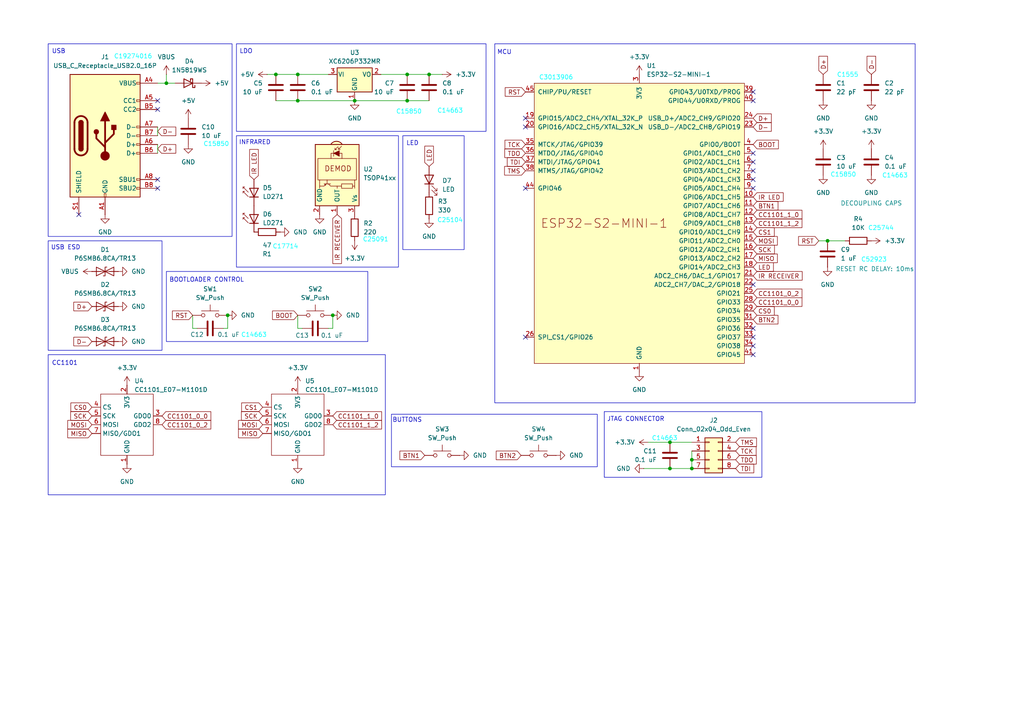
<source format=kicad_sch>
(kicad_sch (version 20241209) (generator "eeschema") (generator_version "9.0")
  (paper "A4")
  (lib_symbols
    (symbol "Connector:USB_C_Receptacle_USB2.0_16P" (pin_names (offset 1.016))
      (property "Reference" "J" (at 0 22.225 0))
      (property "Value" "USB_C_Receptacle_USB2.0_16P" (at 0 19.685 0))
      (symbol "USB_C_Receptacle_USB2.0_16P_0_0"
        (rectangle (start -0.254 -17.78) (end 0.254 -16.764))
        (rectangle (start 10.16 15.494) (end 9.144 14.986))
        (rectangle (start 10.16 10.414) (end 9.144 9.906))
        (rectangle (start 10.16 7.874) (end 9.144 7.366))
        (rectangle (start 10.16 2.794) (end 9.144 2.286))
        (rectangle (start 10.16 0.254) (end 9.144 -0.254))
        (rectangle (start 10.16 -2.286) (end 9.144 -2.794))
        (rectangle (start 10.16 -4.826) (end 9.144 -5.334))
        (rectangle (start 10.16 -12.446) (end 9.144 -12.954))
        (rectangle (start 10.16 -14.986) (end 9.144 -15.494))
      )
      (symbol "USB_C_Receptacle_USB2.0_16P_0_1"
        (rectangle (start -10.16 17.78) (end 10.16 -17.78) (stroke (width 0.254)) (fill (type background)))
        (polyline (pts (xy -8.89 -3.81) (xy -8.89 3.81)) (stroke (width 0.508)))
        (rectangle (start -7.62 -3.81) (end -6.35 3.81) (stroke (width 0.254)) (fill (type outline)))
        (arc (start -7.62 3.81) (mid -6.985 4.4423) (end -6.35 3.81) (stroke (width 0.254)))
        (arc (start -7.62 3.81) (mid -6.985 4.4423) (end -6.35 3.81) (stroke (width 0.254)) (fill (type outline)))
        (arc (start -8.89 3.81) (mid -6.985 5.7067) (end -5.08 3.81) (stroke (width 0.508)))
        (arc (start -5.08 -3.81) (mid -6.985 -5.7067) (end -8.89 -3.81) (stroke (width 0.508)))
        (arc (start -6.35 -3.81) (mid -6.985 -4.4423) (end -7.62 -3.81) (stroke (width 0.254)))
        (arc (start -6.35 -3.81) (mid -6.985 -4.4423) (end -7.62 -3.81) (stroke (width 0.254)) (fill (type outline)))
        (polyline (pts (xy -5.08 3.81) (xy -5.08 -3.81)) (stroke (width 0.508)))
        (circle (center -2.54 1.143) (radius 0.635) (stroke (width 0.254)) (fill (type outline)))
        (polyline (pts (xy -1.27 4.318) (xy 0 6.858) (xy 1.27 4.318) (xy -1.27 4.318)) (stroke (width 0.254)) (fill (type outline)))
        (polyline (pts (xy 0 -2.032) (xy 2.54 0.508) (xy 2.54 1.778)) (stroke (width 0.508)))
        (polyline (pts (xy 0 -3.302) (xy -2.54 -0.762) (xy -2.54 0.508)) (stroke (width 0.508)))
        (polyline (pts (xy 0 -5.842) (xy 0 4.318)) (stroke (width 0.508)))
        (circle (center 0 -5.842) (radius 1.27) (fill (type outline)))
        (rectangle (start 1.905 1.778) (end 3.175 3.048) (stroke (width 0.254)) (fill (type outline)))
      )
      (symbol "USB_C_Receptacle_USB2.0_16P_1_1"
        (pin passive line (at -7.62 -22.86 90) (length 5.08) (name "SHIELD") (number "S1"))
        (pin passive line (at 0 -22.86 90) (length 5.08) (name "GND") (number "A1"))
        (pin passive line (at 0 -22.86 90) (length 5.08) (hide yes) (name "GND") (number "A12"))
        (pin passive line (at 0 -22.86 90) (length 5.08) (hide yes) (name "GND") (number "B1"))
        (pin passive line (at 0 -22.86 90) (length 5.08) (hide yes) (name "GND") (number "B12"))
        (pin passive line (at 15.24 15.24 180) (length 5.08) (name "VBUS") (number "A4"))
        (pin passive line (at 15.24 15.24 180) (length 5.08) (hide yes) (name "VBUS") (number "A9"))
        (pin passive line (at 15.24 15.24 180) (length 5.08) (hide yes) (name "VBUS") (number "B4"))
        (pin passive line (at 15.24 15.24 180) (length 5.08) (hide yes) (name "VBUS") (number "B9"))
        (pin bidirectional line (at 15.24 10.16 180) (length 5.08) (name "CC1") (number "A5"))
        (pin bidirectional line (at 15.24 7.62 180) (length 5.08) (name "CC2") (number "B5"))
        (pin bidirectional line (at 15.24 2.54 180) (length 5.08) (name "D-") (number "A7"))
        (pin bidirectional line (at 15.24 0 180) (length 5.08) (name "D-") (number "B7"))
        (pin bidirectional line (at 15.24 -2.54 180) (length 5.08) (name "D+") (number "A6"))
        (pin bidirectional line (at 15.24 -5.08 180) (length 5.08) (name "D+") (number "B6"))
        (pin bidirectional line (at 15.24 -12.7 180) (length 5.08) (name "SBU1") (number "A8"))
        (pin bidirectional line (at 15.24 -15.24 180) (length 5.08) (name "SBU2") (number "B8"))
      )
    )
    (symbol "Connector_Generic:Conn_02x04_Odd_Even" (pin_names (offset 1.016) (hide yes))
      (property "Reference" "J" (at 1.27 5.08 0))
      (property "Value" "Conn_02x04_Odd_Even" (at 1.27 -7.62 0))
      (symbol "Conn_02x04_Odd_Even_1_1"
        (rectangle (start -1.27 3.81) (end 3.81 -6.35) (stroke (width 0.254)) (fill (type background)))
        (rectangle (start -1.27 2.667) (end 0 2.413) (stroke (width 0.1524)))
        (rectangle (start -1.27 0.127) (end 0 -0.127) (stroke (width 0.1524)))
        (rectangle (start -1.27 -2.413) (end 0 -2.667) (stroke (width 0.1524)))
        (rectangle (start -1.27 -4.953) (end 0 -5.207) (stroke (width 0.1524)))
        (rectangle (start 3.81 2.667) (end 2.54 2.413) (stroke (width 0.1524)))
        (rectangle (start 3.81 0.127) (end 2.54 -0.127) (stroke (width 0.1524)))
        (rectangle (start 3.81 -2.413) (end 2.54 -2.667) (stroke (width 0.1524)))
        (rectangle (start 3.81 -4.953) (end 2.54 -5.207) (stroke (width 0.1524)))
        (pin passive line (at -5.08 2.54 0) (length 3.81) (name "Pin_1") (number "1"))
        (pin passive line (at -5.08 0 0) (length 3.81) (name "Pin_3") (number "3"))
        (pin passive line (at -5.08 -2.54 0) (length 3.81) (name "Pin_5") (number "5"))
        (pin passive line (at -5.08 -5.08 0) (length 3.81) (name "Pin_7") (number "7"))
        (pin passive line (at 7.62 2.54 180) (length 3.81) (name "Pin_2") (number "2"))
        (pin passive line (at 7.62 0 180) (length 3.81) (name "Pin_4") (number "4"))
        (pin passive line (at 7.62 -2.54 180) (length 3.81) (name "Pin_6") (number "6"))
        (pin passive line (at 7.62 -5.08 180) (length 3.81) (name "Pin_8") (number "8"))
      )
    )
    (symbol "Device:C" (pin_numbers (hide yes)) (pin_names (offset 0.254))
      (property "Reference" "C" (at 0.635 2.54 0))
      (property "Value" "C" (at 0.635 -2.54 0))
      (symbol "C_0_1"
        (polyline (pts (xy -2.032 0.762) (xy 2.032 0.762)) (stroke (width 0.508)))
        (polyline (pts (xy -2.032 -0.762) (xy 2.032 -0.762)) (stroke (width 0.508)))
      )
      (symbol "C_1_1"
        (pin passive line (at 0 3.81 270) (length 2.794) (name "~") (number "1"))
        (pin passive line (at 0 -3.81 90) (length 2.794) (name "~") (number "2"))
      )
    )
    (symbol "Device:LED" (pin_numbers (hide yes)) (pin_names (offset 1.016) (hide yes))
      (property "Reference" "D" (at 0 2.54 0))
      (property "Value" "LED" (at 0 -2.54 0))
      (symbol "LED_0_1"
        (polyline (pts (xy -3.048 -0.762) (xy -4.572 -2.286) (xy -3.81 -2.286) (xy -4.572 -2.286) (xy -4.572 -1.524)))
        (polyline (pts (xy -1.778 -0.762) (xy -3.302 -2.286) (xy -2.54 -2.286) (xy -3.302 -2.286) (xy -3.302 -1.524)))
        (polyline (pts (xy -1.27 0) (xy 1.27 0)))
        (polyline (pts (xy -1.27 -1.27) (xy -1.27 1.27)) (stroke (width 0.254)))
        (polyline (pts (xy 1.27 -1.27) (xy 1.27 1.27) (xy -1.27 0) (xy 1.27 -1.27)) (stroke (width 0.254)))
      )
      (symbol "LED_1_1"
        (pin passive line (at -3.81 0 0) (length 2.54) (name "K") (number "1"))
        (pin passive line (at 3.81 0 180) (length 2.54) (name "A") (number "2"))
      )
    )
    (symbol "Device:R" (pin_numbers (hide yes)) (pin_names (offset 0))
      (property "Reference" "R" (at 2.032 0 90))
      (property "Value" "R" (at 0 0 90))
      (symbol "R_0_1"
        (rectangle (start -1.016 -2.54) (end 1.016 2.54) (stroke (width 0.254)))
      )
      (symbol "R_1_1"
        (pin passive line (at 0 3.81 270) (length 1.27) (name "~") (number "1"))
        (pin passive line (at 0 -3.81 90) (length 1.27) (name "~") (number "2"))
      )
    )
    (symbol "Diode:1N5819WS" (pin_numbers (hide yes)) (pin_names (offset 1.016) (hide yes))
      (property "Reference" "D" (at 0 2.54 0))
      (property "Value" "1N5819WS" (at 0 -2.54 0))
      (symbol "1N5819WS_0_1"
        (polyline (pts (xy -1.905 0.635) (xy -1.905 1.27) (xy -1.27 1.27) (xy -1.27 -1.27) (xy -0.635 -1.27) (xy -0.635 -0.635)) (stroke (width 0.254)))
        (polyline (pts (xy 1.27 1.27) (xy 1.27 -1.27) (xy -1.27 0) (xy 1.27 1.27)) (stroke (width 0.254)))
        (polyline (pts (xy 1.27 0) (xy -1.27 0)))
      )
      (symbol "1N5819WS_1_1"
        (pin passive line (at -3.81 0 0) (length 2.54) (name "K") (number "1"))
        (pin passive line (at 3.81 0 180) (length 2.54) (name "A") (number "2"))
      )
    )
    (symbol "Diode:ESD9B3.3ST5G" (pin_numbers (hide yes)) (pin_names (offset 1.016) (hide yes))
      (property "Reference" "D" (at 0 2.54 0))
      (property "Value" "ESD9B3.3ST5G" (at 0 -2.54 0))
      (symbol "ESD9B3.3ST5G_0_1"
        (polyline (pts (xy -2.54 -1.27) (xy 0 0) (xy -2.54 1.27) (xy -2.54 -1.27)) (stroke (width 0.2032)))
        (polyline (pts (xy 0.508 1.27) (xy 0 1.27) (xy 0 -1.27) (xy -0.508 -1.27)) (stroke (width 0.2032)))
        (polyline (pts (xy 1.27 0) (xy -1.27 0)))
        (polyline (pts (xy 2.54 1.27) (xy 2.54 -1.27) (xy 0 0) (xy 2.54 1.27)) (stroke (width 0.2032)))
      )
      (symbol "ESD9B3.3ST5G_1_1"
        (pin passive line (at -3.81 0 0) (length 2.54) (name "A1") (number "1"))
        (pin passive line (at 3.81 0 180) (length 2.54) (name "A2") (number "2"))
      )
    )
    (symbol "Interface_Optical:TSOP41xx" (pin_names (offset 1.016))
      (property "Reference" "U" (at -10.16 7.62 0))
      (property "Value" "TSOP41xx" (at -10.16 -7.62 0))
      (symbol "TSOP41xx_0_0"
        (arc (start -10.287 -1.778) (mid -11.0899 -0.1905) (end -10.287 1.397) (stroke (width 0.254)) (fill (type background)))
        (polyline (pts (xy 1.905 5.08) (xy 0.127 5.08)))
        (polyline (pts (xy 1.905 -5.08) (xy 0.127 -5.08)))
        (text "DEMOD" (at -3.175 0.254 900) (effects (font (size 1.524 1.524))))
      )
      (symbol "TSOP41xx_0_1"
        (polyline (pts (xy -8.763 0.381) (xy -9.652 1.27)))
        (polyline (pts (xy -8.763 0.381) (xy -9.271 0.381)))
        (polyline (pts (xy -8.763 0.381) (xy -8.763 0.889)))
        (polyline (pts (xy -8.636 -0.635) (xy -9.525 0.254)))
        (polyline (pts (xy -8.636 -0.635) (xy -9.144 -0.635)))
        (polyline (pts (xy -8.636 -0.635) (xy -8.636 -0.127)))
        (polyline (pts (xy -8.382 0.635) (xy -6.731 0.635) (xy -7.62 -1.016) (xy -8.382 0.635)) (fill (type outline)))
        (polyline (pts (xy -8.382 -1.016) (xy -6.731 -1.016)))
        (rectangle (start -6.096 5.588) (end 0.127 -5.588))
        (polyline (pts (xy -6.096 1.397) (xy -7.62 1.397) (xy -7.62 -1.778) (xy -6.096 -1.778)))
        (polyline (pts (xy 1.27 -1.905) (xy 1.27 -3.81)))
        (polyline (pts (xy 1.27 -2.54) (xy 1.905 -1.905) (xy 1.905 0) (xy 2.54 0)))
        (polyline (pts (xy 1.27 -2.921) (xy 0.127 -2.921)))
        (polyline (pts (xy 1.27 -3.175) (xy 1.905 -3.81) (xy 1.905 -5.08) (xy 2.54 -5.08)))
        (polyline (pts (xy 1.397 -3.556) (xy 1.524 -3.556)))
        (polyline (pts (xy 1.651 -3.556) (xy 1.651 -3.302)))
        (polyline (pts (xy 1.651 -3.556) (xy 1.524 -3.556)))
        (polyline (pts (xy 1.905 4.445) (xy 1.905 5.08) (xy 2.54 5.08)))
        (polyline (pts (xy 1.905 0) (xy 1.905 1.27)))
        (rectangle (start 2.54 1.27) (end 1.27 4.445))
        (rectangle (start 7.62 6.35) (end -10.16 -6.35) (stroke (width 0.254)) (fill (type background)))
      )
      (symbol "TSOP41xx_1_1"
        (pin power_in line (at 10.16 5.08 180) (length 2.54) (name "Vs") (number "3"))
        (pin output line (at 10.16 0 180) (length 2.54) (name "OUT") (number "1"))
        (pin power_in line (at 10.16 -5.08 180) (length 2.54) (name "GND") (number "2"))
      )
    )
    (symbol "LED:LD271" (pin_numbers (hide yes)) (pin_names (offset 1.016) (hide yes))
      (property "Reference" "D" (at 0.508 1.778 0))
      (property "Value" "LD271" (at -1.016 -2.794 0))
      (symbol "LD271_0_1"
        (polyline (pts (xy -2.54 1.27) (xy -2.54 -1.27)) (stroke (width 0.254)))
        (polyline (pts (xy -2.413 1.651) (xy -0.889 3.175) (xy -0.889 2.667) (xy -0.889 3.175) (xy -1.397 3.175)))
        (polyline (pts (xy -1.143 1.651) (xy 0.381 3.175) (xy 0.381 2.667)))
        (polyline (pts (xy 0 0) (xy -2.54 0)))
        (polyline (pts (xy 0 -1.27) (xy -2.54 0) (xy 0 1.27) (xy 0 -1.27)) (stroke (width 0.254)))
        (polyline (pts (xy 0.381 3.175) (xy -0.127 3.175)))
      )
      (symbol "LD271_1_1"
        (pin passive line (at -5.08 0 0) (length 2.54) (name "K") (number "1"))
        (pin passive line (at 2.54 0 180) (length 2.54) (name "A") (number "2"))
      )
    )
    (symbol "PCM_Espressif:ESP32-S2-MINI-1" (pin_names (offset 1.016))
      (property "Reference" "U" (at -30.48 45.72 0))
      (property "Value" "ESP32-S2-MINI-1" (at -30.48 43.18 0))
      (symbol "ESP32-S2-MINI-1_0_0"
        (pin bidirectional line (at -33.02 38.1 0) (length 2.54) (name "CHIP/PU/RESET") (number "45"))
        (pin input line (at -33.02 10.16 0) (length 2.54) (name "GPIO46") (number "44"))
        (pin power_in line (at 0 -43.18 90) (length 2.54) (name "GND") (number "1"))
        (pin passive line (at 0 -43.18 90) (length 2.54) (hide yes) (name "GND") (number "43"))
        (pin passive line (at 0 -43.18 90) (length 2.54) (hide yes) (name "GND") (number "46"))
        (pin passive line (at 0 -43.18 90) (length 2.54) (hide yes) (name "GND") (number "47"))
        (pin passive line (at 0 -43.18 90) (length 2.54) (hide yes) (name "GND") (number "48"))
        (pin passive line (at 0 -43.18 90) (length 2.54) (hide yes) (name "GND") (number "49"))
        (pin passive line (at 0 -43.18 90) (length 2.54) (hide yes) (name "GND") (number "50"))
        (pin passive line (at 0 -43.18 90) (length 2.54) (hide yes) (name "GND") (number "51"))
        (pin passive line (at 0 -43.18 90) (length 2.54) (hide yes) (name "GND") (number "52"))
        (pin passive line (at 0 -43.18 90) (length 2.54) (hide yes) (name "GND") (number "53"))
        (pin passive line (at 0 -43.18 90) (length 2.54) (hide yes) (name "GND") (number "54"))
        (pin passive line (at 0 -43.18 90) (length 2.54) (hide yes) (name "GND") (number "55"))
        (pin passive line (at 0 -43.18 90) (length 2.54) (hide yes) (name "GND") (number "56"))
        (pin passive line (at 0 -43.18 90) (length 2.54) (hide yes) (name "GND") (number "57"))
        (pin passive line (at 0 -43.18 90) (length 2.54) (hide yes) (name "GND") (number "58"))
        (pin passive line (at 0 -43.18 90) (length 2.54) (hide yes) (name "GND") (number "59"))
        (pin passive line (at 0 -43.18 90) (length 2.54) (hide yes) (name "GND") (number "60"))
        (pin passive line (at 0 -43.18 90) (length 2.54) (hide yes) (name "GND") (number "61"))
        (pin passive line (at 0 -43.18 90) (length 2.54) (hide yes) (name "GND") (number "62"))
        (pin passive line (at 0 -43.18 90) (length 2.54) (hide yes) (name "GND") (number "63"))
        (pin passive line (at 0 -43.18 90) (length 2.54) (hide yes) (name "GND") (number "64"))
        (pin passive line (at 0 -43.18 90) (length 2.54) (hide yes) (name "GND") (number "65"))
      )
      (symbol "ESP32-S2-MINI-1_0_1"
        (rectangle (start -30.48 40.64) (end 30.48 -40.64) (fill (type background)))
      )
      (symbol "ESP32-S2-MINI-1_1_1"
        (text "ESP32-S2-MINI-1" (at -10.16 0 0) (effects (font (size 2.54 2.54))))
        (pin bidirectional line (at -33.02 30.48 0) (length 2.54) (name "GPIO15/ADC2_CH4/XTAL_32K_P") (number "19"))
        (pin bidirectional line (at -33.02 27.94 0) (length 2.54) (name "GPIO16/ADC2_CH5/XTAL_32K_N") (number "20"))
        (pin bidirectional line (at -33.02 22.86 0) (length 2.54) (name "MTCK/JTAG/GPIO39") (number "35"))
        (pin bidirectional line (at -33.02 20.32 0) (length 2.54) (name "MTDO/JTAG/GPIO40") (number "36"))
        (pin bidirectional line (at -33.02 17.78 0) (length 2.54) (name "MTDI/JTAG/GPIO41") (number "37"))
        (pin bidirectional line (at -33.02 15.24 0) (length 2.54) (name "MTMS/JTAG/GPIO42") (number "38"))
        (pin bidirectional line (at -33.02 -33.02 0) (length 2.54) (name "SPI_CS1/GPIO26") (number "26"))
        (pin no_connect line (at -30.48 -38.1 0) (length 2.54) (hide yes) (name "NC") (number "27"))
        (pin power_in line (at 0 43.18 270) (length 2.54) (name "3V3") (number "3"))
        (pin passive line (at 0 -43.18 90) (length 2.54) (hide yes) (name "GND") (number "2"))
        (pin passive line (at 0 -43.18 90) (length 2.54) (hide yes) (name "GND") (number "30"))
        (pin passive line (at 0 -43.18 90) (length 2.54) (hide yes) (name "GND") (number "42"))
        (pin bidirectional line (at 33.02 38.1 180) (length 2.54) (name "GPIO43/U0TXD/PROG") (number "39"))
        (pin bidirectional line (at 33.02 35.56 180) (length 2.54) (name "GPIO44/U0RXD/PROG") (number "40"))
        (pin bidirectional line (at 33.02 30.48 180) (length 2.54) (name "USB_D+/ADC2_CH9/GPIO20") (number "24"))
        (pin bidirectional line (at 33.02 27.94 180) (length 2.54) (name "USB_D-/ADC2_CH8/GPIO19") (number "23"))
        (pin bidirectional line (at 33.02 22.86 180) (length 2.54) (name "GPIO0/BOOT") (number "4"))
        (pin bidirectional line (at 33.02 20.32 180) (length 2.54) (name "GPIO1/ADC1_CH0") (number "5"))
        (pin bidirectional line (at 33.02 17.78 180) (length 2.54) (name "GPIO2/ADC1_CH1") (number "6"))
        (pin bidirectional line (at 33.02 15.24 180) (length 2.54) (name "GPIO3/ADC1_CH2") (number "7"))
        (pin bidirectional line (at 33.02 12.7 180) (length 2.54) (name "GPIO4/ADC1_CH3") (number "8"))
        (pin bidirectional line (at 33.02 10.16 180) (length 2.54) (name "GPIO5/ADC1_CH4") (number "9"))
        (pin bidirectional line (at 33.02 7.62 180) (length 2.54) (name "GPIO6/ADC1_CH5") (number "10"))
        (pin bidirectional line (at 33.02 5.08 180) (length 2.54) (name "GPIO7/ADC1_CH6") (number "11"))
        (pin bidirectional line (at 33.02 2.54 180) (length 2.54) (name "GPIO8/ADC1_CH7") (number "12"))
        (pin bidirectional line (at 33.02 0 180) (length 2.54) (name "GPIO9/ADC1_CH8") (number "13"))
        (pin bidirectional line (at 33.02 -2.54 180) (length 2.54) (name "GPIO10/ADC1_CH9") (number "14"))
        (pin bidirectional line (at 33.02 -5.08 180) (length 2.54) (name "GPIO11/ADC2_CH0") (number "15"))
        (pin bidirectional line (at 33.02 -7.62 180) (length 2.54) (name "GPIO12/ADC2_CH1") (number "16"))
        (pin bidirectional line (at 33.02 -10.16 180) (length 2.54) (name "GPIO13/ADC2_CH2") (number "17"))
        (pin bidirectional line (at 33.02 -12.7 180) (length 2.54) (name "GPIO14/ADC2_CH3") (number "18"))
        (pin bidirectional line (at 33.02 -15.24 180) (length 2.54) (name "ADC2_CH6/DAC_1/GPIO17") (number "21"))
        (pin bidirectional line (at 33.02 -17.78 180) (length 2.54) (name "ADC2_CH7/DAC_2/GPIO18") (number "22"))
        (pin bidirectional line (at 33.02 -20.32 180) (length 2.54) (name "GPIO21") (number "25"))
        (pin bidirectional line (at 33.02 -22.86 180) (length 2.54) (name "GPIO33") (number "28"))
        (pin bidirectional line (at 33.02 -25.4 180) (length 2.54) (name "GPIO34") (number "29"))
        (pin bidirectional line (at 33.02 -27.94 180) (length 2.54) (name "GPIO35") (number "31"))
        (pin bidirectional line (at 33.02 -30.48 180) (length 2.54) (name "GPIO36") (number "32"))
        (pin bidirectional line (at 33.02 -33.02 180) (length 2.54) (name "GPIO37") (number "33"))
        (pin bidirectional line (at 33.02 -35.56 180) (length 2.54) (name "GPIO38") (number "34"))
        (pin bidirectional line (at 33.02 -38.1 180) (length 2.54) (name "GPIO45") (number "41"))
      )
    )
    (symbol "Regulator_Linear:XC6206PxxxMR" (pin_names (offset 0.254))
      (property "Reference" "U" (at -3.81 3.175 0))
      (property "Value" "XC6206PxxxMR" (at 0 3.175 0))
      (symbol "XC6206PxxxMR_0_1"
        (rectangle (start -5.08 1.905) (end 5.08 -5.08) (stroke (width 0.254)) (fill (type background)))
      )
      (symbol "XC6206PxxxMR_1_1"
        (pin power_in line (at -7.62 0 0) (length 2.54) (name "VI") (number "3"))
        (pin power_in line (at 0 -7.62 90) (length 2.54) (name "GND") (number "1"))
        (pin power_out line (at 7.62 0 180) (length 2.54) (name "VO") (number "2"))
      )
    )
    (symbol "Switch:SW_Push" (pin_numbers (hide yes)) (pin_names (offset 1.016) (hide yes))
      (property "Reference" "SW" (at 1.27 2.54 0))
      (property "Value" "SW_Push" (at 0 -1.524 0))
      (symbol "SW_Push_0_1"
        (circle (center -2.032 0) (radius 0.508))
        (polyline (pts (xy 0 1.27) (xy 0 3.048)))
        (circle (center 2.032 0) (radius 0.508))
        (polyline (pts (xy 2.54 1.27) (xy -2.54 1.27)))
        (pin passive line (at -5.08 0 0) (length 2.54) (name "1") (number "1"))
        (pin passive line (at 5.08 0 180) (length 2.54) (name "2") (number "2"))
      )
    )
    (symbol "cc1101:CC1101_E07-M1101D"
      (property "Reference" "U" (at 0 0 0))
      (property "Value" "CC1101_E07-M1101D" (at 0 0 0))
      (symbol "CC1101_E07-M1101D_0_1"
        (rectangle (start -7.62 10.16) (end 7.62 -7.62))
      )
      (symbol "CC1101_E07-M1101D_1_1"
        (pin input line (at -10.16 6.35 0) (length 2.54) (name "CS") (number "4"))
        (pin input line (at -10.16 3.81 0) (length 2.54) (name "SCK") (number "5"))
        (pin input line (at -10.16 1.27 0) (length 2.54) (name "MOSI") (number "6"))
        (pin output line (at -10.16 -1.27 0) (length 2.54) (name "MISO/GDO1") (number "7"))
        (pin power_in line (at 0 12.7 270) (length 2.54) (name "3V3") (number "2"))
        (pin power_out line (at 0 -10.16 90) (length 2.54) (name "GND") (number "1"))
        (pin output line (at 10.16 3.81 180) (length 2.54) (name "GDO0") (number "3"))
        (pin output line (at 10.16 1.27 180) (length 2.54) (name "GDO2") (number "8"))
      )
    )
    (symbol "power:+3.3V" (power) (pin_numbers (hide yes)) (pin_names (offset 0) (hide yes))
      (property "Value" "+3.3V" (at 0 3.556 0))
      (symbol "+3.3V_0_1"
        (polyline (pts (xy -0.762 1.27) (xy 0 2.54)))
        (polyline (pts (xy 0 2.54) (xy 0.762 1.27)))
        (polyline (pts (xy 0 0) (xy 0 2.54)))
      )
      (symbol "+3.3V_1_1"
        (pin power_in line (at 0 0 90) (length 0) (name "~") (number "1"))
      )
    )
    (symbol "power:+5V" (power) (pin_numbers (hide yes)) (pin_names (offset 0) (hide yes))
      (property "Value" "+5V" (at 0 3.556 0))
      (symbol "+5V_0_1"
        (polyline (pts (xy -0.762 1.27) (xy 0 2.54)))
        (polyline (pts (xy 0 2.54) (xy 0.762 1.27)))
        (polyline (pts (xy 0 0) (xy 0 2.54)))
      )
      (symbol "+5V_1_1"
        (pin power_in line (at 0 0 90) (length 0) (name "~") (number "1"))
      )
    )
    (symbol "power:GND" (power) (pin_numbers (hide yes)) (pin_names (offset 0) (hide yes))
      (property "Value" "GND" (at 0 -3.81 0))
      (symbol "GND_0_1"
        (polyline (pts (xy 0 0) (xy 0 -1.27) (xy 1.27 -1.27) (xy 0 -2.54) (xy -1.27 -1.27) (xy 0 -1.27)))
      )
      (symbol "GND_1_1"
        (pin power_in line (at 0 0 270) (length 0) (name "~") (number "1"))
      )
    )
    (symbol "power:VBUS" (power) (pin_numbers (hide yes)) (pin_names (offset 0) (hide yes))
      (property "Value" "VBUS" (at 0 3.556 0))
      (symbol "VBUS_0_1"
        (polyline (pts (xy -0.762 1.27) (xy 0 2.54)))
        (polyline (pts (xy 0 2.54) (xy 0.762 1.27)))
        (polyline (pts (xy 0 0) (xy 0 2.54)))
      )
      (symbol "VBUS_1_1"
        (pin power_in line (at 0 0 90) (length 0) (name "~") (number "1"))
      )
    )
  )
  (rectangle (start 143.51 12.7) (end 265.43 116.84))
  (rectangle (start 68.58 39.37) (end 115.57 77.47))
  (rectangle (start 13.97 69.85) (end 46.99 101.6))
  (rectangle (start 68.58 12.7) (end 140.97 38.1))
  (rectangle (start 175.26 119.38) (end 220.98 138.43))
  (rectangle (start 13.97 102.87) (end 111.76 143.51))
  (rectangle (start 116.84 39.37) (end 134.62 72.39))
  (rectangle (start 13.97 12.7) (end 67.31 68.58))
  (rectangle (start 113.538 120.142) (end 173.228 135.382))
  (rectangle (start 48.26 78.74) (end 106.68 99.06))
  (text "C14663" (at 192.786 127.254 0) (effects (font (size 1.27 1.27))))
  (text "C25104" (at 130.556 64.008 0) (effects (font (size 1.27 1.27))))
  (text "LED" (at 119.634 41.656 0) (effects (font (size 1.27 1.27))))
  (text "LDO" (at 71.374 14.986 0) (effects (font (size 1.27 1.27))))
  (text "C1555" (at 245.872 21.844 0) (effects (font (size 1.27 1.27))))
  (text "C52923" (at 253.492 75.438 0) (effects (font (size 1.27 1.27))))
  (text "BUTTONS" (at 118.11 121.92 0) (effects (font (size 1.27 1.27))))
  (text "INFRARED" (at 73.914 41.402 0) (effects (font (size 1.27 1.27))))
  (text "CC1101" (at 18.796 105.41 0) (effects (font (size 1.27 1.27))))
  (text "MCU" (at 146.304 15.24 0) (effects (font (size 1.27 1.27))))
  (text "C14663" (at 73.66 97.282 0) (effects (font (size 1.27 1.27))))
  (text "C17714" (at 82.804 71.628 0) (effects (font (size 1.27 1.27))))
  (text "JTAG CONNECTOR" (at 184.404 121.666 0) (effects (font (size 1.27 1.27))))
  (text "C25091" (at 108.966 69.596 0) (effects (font (size 1.27 1.27))))
  (text "C15850" (at 62.738 41.91 0) (effects (font (size 1.27 1.27))))
  (text "USB" (at 17.018 14.986 0) (effects (font (size 1.27 1.27))))
  (text "DECOUPLING CAPS" (at 252.73 59.182 0) (effects (font (size 1.27 1.27))))
  (text "C14663" (at 130.556 32.258 0) (effects (font (size 1.27 1.27))))
  (text "C25744" (at 255.524 66.294 0) (effects (font (size 1.27 1.27))))
  (text "RESET RC DELAY: 10ms\n" (at 253.746 78.232 0) (effects (font (size 1.27 1.27))))
  (text "C15850" (at 244.602 50.8 0) (effects (font (size 1.27 1.27))))
  (text "C14663" (at 259.588 51.054 0) (effects (font (size 1.27 1.27))))
  (text "C19274016" (at 38.608 16.51 0) (effects (font (size 1.27 1.27))))
  (text "C15850" (at 118.618 32.512 0) (effects (font (size 1.27 1.27))))
  (text "C3013906" (at 161.29 22.606 0) (effects (font (size 1.27 1.27))))
  (text "BOOTLOADER CONTROL" (at 59.944 81.28 0) (effects (font (size 1.27 1.27))))
  (text "USB ESD" (at 19.05 71.882 0) (effects (font (size 1.27 1.27))))
  (junction (at 194.31 135.89))
  (junction (at 240.03 69.85))
  (junction (at 102.87 29.21))
  (junction (at 96.52 91.44))
  (junction (at 200.66 135.89))
  (junction (at 124.46 21.59))
  (junction (at 194.31 128.27))
  (junction (at 200.66 133.35))
  (junction (at 48.26 24.13))
  (junction (at 86.36 21.59))
  (junction (at 66.04 91.44))
  (junction (at 86.36 29.21))
  (junction (at 80.01 21.59))
  (junction (at 118.11 29.21))
  (junction (at 118.11 21.59))
  (no_connect (at 152.4 34.29))
  (no_connect (at 45.72 54.61))
  (no_connect (at 152.4 54.61))
  (no_connect (at 218.44 97.79))
  (no_connect (at 218.44 46.99))
  (no_connect (at 218.44 44.45))
  (no_connect (at 218.44 95.25))
  (no_connect (at 45.72 29.21))
  (no_connect (at 218.44 102.87))
  (no_connect (at 218.44 26.67))
  (no_connect (at 218.44 29.21))
  (no_connect (at 218.44 49.53))
  (no_connect (at 22.86 62.23))
  (no_connect (at 218.44 100.33))
  (no_connect (at 218.44 54.61))
  (no_connect (at 218.44 82.55))
  (no_connect (at 45.72 31.75))
  (no_connect (at 218.44 52.07))
  (no_connect (at 152.4 36.83))
  (no_connect (at 45.72 52.07))
  (no_connect (at 152.4 97.79))
  (wire (pts (xy 66.04 91.44) (xy 66.04 95.25)))
  (wire (pts (xy 118.11 21.59) (xy 124.46 21.59)))
  (wire (pts (xy 240.03 69.85) (xy 245.11 69.85)))
  (wire (pts (xy 128.27 21.59) (xy 124.46 21.59)))
  (wire (pts (xy 237.49 69.85) (xy 240.03 69.85)))
  (wire (pts (xy 80.01 29.21) (xy 86.36 29.21)))
  (wire (pts (xy 55.88 91.44) (xy 55.88 95.25)))
  (wire (pts (xy 194.31 135.89) (xy 200.66 135.89)))
  (wire (pts (xy 66.04 95.25) (xy 64.77 95.25)))
  (wire (pts (xy 86.36 29.21) (xy 102.87 29.21)))
  (wire (pts (xy 48.26 21.59) (xy 48.26 24.13)))
  (wire (pts (xy 55.88 95.25) (xy 57.15 95.25)))
  (wire (pts (xy 187.96 128.27) (xy 194.31 128.27)))
  (wire (pts (xy 45.72 41.91) (xy 45.72 44.45)))
  (wire (pts (xy 200.66 133.35) (xy 200.66 135.89)))
  (wire (pts (xy 186.69 135.89) (xy 194.31 135.89)))
  (wire (pts (xy 96.52 95.25) (xy 96.52 91.44)))
  (wire (pts (xy 110.49 21.59) (xy 118.11 21.59)))
  (wire (pts (xy 48.26 24.13) (xy 50.8 24.13)))
  (wire (pts (xy 102.87 29.21) (xy 118.11 29.21)))
  (wire (pts (xy 95.25 95.25) (xy 96.52 95.25)))
  (wire (pts (xy 200.66 130.81) (xy 200.66 133.35)))
  (wire (pts (xy 86.36 21.59) (xy 95.25 21.59)))
  (wire (pts (xy 86.36 95.25) (xy 87.63 95.25)))
  (wire (pts (xy 194.31 128.27) (xy 200.66 128.27)))
  (wire (pts (xy 118.11 29.21) (xy 124.46 29.21)))
  (wire (pts (xy 45.72 24.13) (xy 48.26 24.13)))
  (wire (pts (xy 45.72 36.83) (xy 45.72 39.37)))
  (wire (pts (xy 80.01 21.59) (xy 86.36 21.59)))
  (wire (pts (xy 77.47 21.59) (xy 80.01 21.59)))
  (wire (pts (xy 86.36 91.44) (xy 86.36 95.25)))
  (global_label "BTN2" (shape input) (at 218.44 92.71 0) (property "Intersheetrefs" "${INTERSHEET_REFS}" (effects (hide yes))))
  (global_label "CC1101_1_2" (shape input) (at 96.52 123.19 0) (property "Intersheetrefs" "${INTERSHEET_REFS}" (effects (hide yes))))
  (global_label "CC1101_0_2" (shape input) (at 46.99 123.19 0) (property "Intersheetrefs" "${INTERSHEET_REFS}" (effects (hide yes))))
  (global_label "D+" (shape input) (at 26.67 88.9 180) (property "Intersheetrefs" "${INTERSHEET_REFS}" (effects (hide yes))))
  (global_label "CC1101_0_0" (shape input) (at 46.99 120.65 0) (property "Intersheetrefs" "${INTERSHEET_REFS}" (effects (hide yes))))
  (global_label "IR RECEIVER" (shape input) (at 97.79 62.23 270) (property "Intersheetrefs" "${INTERSHEET_REFS}" (effects (hide yes))))
  (global_label "IR LED" (shape input) (at 73.66 52.07 90) (property "Intersheetrefs" "${INTERSHEET_REFS}" (effects (hide yes))))
  (global_label "CC1101_0_2" (shape input) (at 218.44 85.09 0) (property "Intersheetrefs" "${INTERSHEET_REFS}" (effects (hide yes))))
  (global_label "CS1" (shape input) (at 76.2 118.11 180) (property "Intersheetrefs" "${INTERSHEET_REFS}" (effects (hide yes))))
  (global_label "TMS" (shape input) (at 213.36 128.27 0) (property "Intersheetrefs" "${INTERSHEET_REFS}" (effects (hide yes))))
  (global_label "BOOT" (shape input) (at 218.44 41.91 0) (property "Intersheetrefs" "${INTERSHEET_REFS}" (effects (hide yes))))
  (global_label "LED" (shape input) (at 124.46 48.26 90) (property "Intersheetrefs" "${INTERSHEET_REFS}" (effects (hide yes))))
  (global_label "TDO" (shape input) (at 213.36 133.35 0) (property "Intersheetrefs" "${INTERSHEET_REFS}" (effects (hide yes))))
  (global_label "D+" (shape input) (at 45.72 43.18 0) (property "Intersheetrefs" "${INTERSHEET_REFS}" (effects (hide yes))))
  (global_label "D-" (shape input) (at 26.67 99.06 180) (property "Intersheetrefs" "${INTERSHEET_REFS}" (effects (hide yes))))
  (global_label "MOSI" (shape input) (at 218.44 69.85 0) (property "Intersheetrefs" "${INTERSHEET_REFS}" (effects (hide yes))))
  (global_label "TDI" (shape input) (at 213.36 135.89 0) (property "Intersheetrefs" "${INTERSHEET_REFS}" (effects (hide yes))))
  (global_label "MISO" (shape input) (at 76.2 125.73 180) (property "Intersheetrefs" "${INTERSHEET_REFS}" (effects (hide yes))))
  (global_label "MOSI" (shape input) (at 26.67 123.19 180) (property "Intersheetrefs" "${INTERSHEET_REFS}" (effects (hide yes))))
  (global_label "BTN1" (shape input) (at 123.19 132.08 180) (property "Intersheetrefs" "${INTERSHEET_REFS}" (effects (hide yes))))
  (global_label "TMS" (shape input) (at 152.4 49.53 180) (property "Intersheetrefs" "${INTERSHEET_REFS}" (effects (hide yes))))
  (global_label "IR RECEIVER" (shape input) (at 218.44 80.01 0) (property "Intersheetrefs" "${INTERSHEET_REFS}" (effects (hide yes))))
  (global_label "TDI" (shape input) (at 152.4 46.99 180) (property "Intersheetrefs" "${INTERSHEET_REFS}" (effects (hide yes))))
  (global_label "CS0" (shape input) (at 218.44 90.17 0) (property "Intersheetrefs" "${INTERSHEET_REFS}" (effects (hide yes))))
  (global_label "CC1101_0_0" (shape input) (at 218.44 87.63 0) (property "Intersheetrefs" "${INTERSHEET_REFS}" (effects (hide yes))))
  (global_label "D+" (shape input) (at 218.44 34.29 0) (property "Intersheetrefs" "${INTERSHEET_REFS}" (effects (hide yes))))
  (global_label "CC1101_1_2" (shape input) (at 218.44 64.77 0) (property "Intersheetrefs" "${INTERSHEET_REFS}" (effects (hide yes))))
  (global_label "SCK" (shape input) (at 26.67 120.65 180) (property "Intersheetrefs" "${INTERSHEET_REFS}" (effects (hide yes))))
  (global_label "CS0" (shape input) (at 26.67 118.11 180) (property "Intersheetrefs" "${INTERSHEET_REFS}" (effects (hide yes))))
  (global_label "BTN2" (shape input) (at 151.13 132.08 180) (property "Intersheetrefs" "${INTERSHEET_REFS}" (effects (hide yes))))
  (global_label "RST" (shape input) (at 237.49 69.85 180) (property "Intersheetrefs" "${INTERSHEET_REFS}" (effects (hide yes))))
  (global_label "CC1101_1_0" (shape input) (at 96.52 120.65 0) (property "Intersheetrefs" "${INTERSHEET_REFS}" (effects (hide yes))))
  (global_label "BTN1" (shape input) (at 218.44 59.69 0) (property "Intersheetrefs" "${INTERSHEET_REFS}" (effects (hide yes))))
  (global_label "MOSI" (shape input) (at 76.2 123.19 180) (property "Intersheetrefs" "${INTERSHEET_REFS}" (effects (hide yes))))
  (global_label "D-" (shape input) (at 218.44 36.83 0) (property "Intersheetrefs" "${INTERSHEET_REFS}" (effects (hide yes))))
  (global_label "D-" (shape input) (at 45.72 38.1 0) (property "Intersheetrefs" "${INTERSHEET_REFS}" (effects (hide yes))))
  (global_label "TCK" (shape input) (at 152.4 41.91 180) (property "Intersheetrefs" "${INTERSHEET_REFS}" (effects (hide yes))))
  (global_label "TDO" (shape input) (at 152.4 44.45 180) (property "Intersheetrefs" "${INTERSHEET_REFS}" (effects (hide yes))))
  (global_label "RST" (shape input) (at 152.4 26.67 180) (property "Intersheetrefs" "${INTERSHEET_REFS}" (effects (hide yes))))
  (global_label "TCK" (shape input) (at 213.36 130.81 0) (property "Intersheetrefs" "${INTERSHEET_REFS}" (effects (hide yes))))
  (global_label "RST" (shape input) (at 55.88 91.44 180) (property "Intersheetrefs" "${INTERSHEET_REFS}" (effects (hide yes))))
  (global_label "BOOT" (shape input) (at 86.36 91.44 180) (property "Intersheetrefs" "${INTERSHEET_REFS}" (effects (hide yes))))
  (global_label "CS1" (shape input) (at 218.44 67.31 0) (property "Intersheetrefs" "${INTERSHEET_REFS}" (effects (hide yes))))
  (global_label "IR LED" (shape input) (at 218.44 57.15 0) (property "Intersheetrefs" "${INTERSHEET_REFS}" (effects (hide yes))))
  (global_label "D+" (shape input) (at 238.76 21.59 90) (property "Intersheetrefs" "${INTERSHEET_REFS}" (effects (hide yes))))
  (global_label "LED" (shape input) (at 218.44 77.47 0) (property "Intersheetrefs" "${INTERSHEET_REFS}" (effects (hide yes))))
  (global_label "CC1101_1_0" (shape input) (at 218.44 62.23 0) (property "Intersheetrefs" "${INTERSHEET_REFS}" (effects (hide yes))))
  (global_label "MISO" (shape input) (at 26.67 125.73 180) (property "Intersheetrefs" "${INTERSHEET_REFS}" (effects (hide yes))))
  (global_label "SCK" (shape input) (at 218.44 72.39 0) (property "Intersheetrefs" "${INTERSHEET_REFS}" (effects (hide yes))))
  (global_label "D-" (shape input) (at 252.73 21.59 90) (property "Intersheetrefs" "${INTERSHEET_REFS}" (effects (hide yes))))
  (global_label "SCK" (shape input) (at 76.2 120.65 180) (property "Intersheetrefs" "${INTERSHEET_REFS}" (effects (hide yes))))
  (global_label "MISO" (shape input) (at 218.44 74.93 0) (property "Intersheetrefs" "${INTERSHEET_REFS}" (effects (hide yes))))
  (symbol (lib_id "Device:C") (at 252.73 46.99 0) (unit 1)
    (property "Reference" "C4" (at 256.54 45.7199 0) (effects (justify left)))
    (property "Value" "0.1 uF" (at 256.54 48.2599 0) (effects (justify left)))
    (property "Footprint" "Capacitor_SMD:C_0603_1608Metric" (effects (hide yes)))
    (property "Description" "Unpolarized capacitor" (effects (hide yes)))
  )
  (symbol (lib_id "power:+3.3V") (at 86.36 111.76 0) (unit 1)
    (property "Reference" "#PWR023" (effects (hide yes)))
    (property "Value" "+3.3V" (at 86.36 106.68 0))
    (property "Description" "Power symbol creates a global label with name \"+3.3V\"" (effects (hide yes)))
  )
  (symbol (lib_id "power:+5V") (at 54.61 34.29 0) (unit 1)
    (property "Reference" "#PWR033" (effects (hide yes)))
    (property "Value" "+5V" (at 54.61 29.21 0))
    (property "Description" "Power symbol creates a global label with name \"+5V\"" (effects (hide yes)))
  )
  (symbol (lib_id "power:GND") (at 240.03 77.47 0) (unit 1)
    (property "Reference" "#PWR028" (effects (hide yes)))
    (property "Value" "GND" (at 240.03 82.55 0))
    (property "Description" "Power symbol creates a global label with name \"GND\" , ground" (effects (hide yes)))
  )
  (symbol (lib_id "Diode:ESD9B3.3ST5G") (at 30.48 78.74 0) (unit 1)
    (property "Reference" "D1" (at 30.48 72.39 0))
    (property "Value" "P6SMB6.8CA/TR13" (at 30.48 74.93 0))
    (property "Footprint" "Diode_SMD:D_SMB" (effects (hide yes)))
    (property "Datasheet" "https://www.onsemi.com/pub/Collateral/ESD9B-D.PDF" (effects (hide yes)))
    (property "Description" "ESD protection diode, 3.3Vrwm, SOD-923" (effects (hide yes)))
  )
  (symbol (lib_id "power:GND") (at 86.36 134.62 0) (unit 1)
    (property "Reference" "#PWR025" (effects (hide yes)))
    (property "Value" "GND" (at 86.36 139.7 0))
    (property "Description" "Power symbol creates a global label with name \"GND\" , ground" (effects (hide yes)))
  )
  (symbol (lib_id "LED:LD271") (at 73.66 54.61 90) (unit 1) (in_bom no)
    (property "Reference" "D5" (at 76.2 54.4829 90) (effects (justify right)))
    (property "Value" "LD271" (at 76.2 57.0229 90) (effects (justify right)))
    (property "Footprint" "LED_THT:LED_D5.0mm_IRGrey" (effects (hide yes)))
    (property "Datasheet" "http://www.alliedelec.com/m/d/40788c34903a719969df15f1fbea1056.pdf" (effects (hide yes)))
    (property "Description" "940nm IR-LED, 5mm" (effects (hide yes)))
  )
  (symbol (lib_id "power:GND") (at 66.04 91.44 90) (unit 1)
    (property "Reference" "#PWR029" (effects (hide yes)))
    (property "Value" "GND" (at 69.85 91.4399 90) (effects (justify right)))
    (property "Description" "Power symbol creates a global label with name \"GND\" , ground" (effects (hide yes)))
  )
  (symbol (lib_id "power:+3.3V") (at 252.73 43.18 0) (unit 1)
    (property "Reference" "#PWR014" (effects (hide yes)))
    (property "Value" "+3.3V" (at 252.73 38.1 0))
    (property "Description" "Power symbol creates a global label with name \"+3.3V\"" (effects (hide yes)))
  )
  (symbol (lib_id "Device:C") (at 91.44 95.25 90) (mirror x) (unit 1)
    (property "Reference" "C13" (at 87.63 97.282 90))
    (property "Value" "0.1 uF" (at 96.266 97.282 90))
    (property "Footprint" "Capacitor_SMD:C_0603_1608Metric" (effects (hide yes)))
    (property "Description" "Unpolarized capacitor" (effects (hide yes)))
  )
  (symbol (lib_id "LED:LD271") (at 73.66 62.23 90) (unit 1) (in_bom no)
    (property "Reference" "D6" (at 76.2 62.1029 90) (effects (justify right)))
    (property "Value" "LD271" (at 76.2 64.6429 90) (effects (justify right)))
    (property "Footprint" "LED_THT:LED_D5.0mm_IRGrey" (effects (hide yes)))
    (property "Datasheet" "http://www.alliedelec.com/m/d/40788c34903a719969df15f1fbea1056.pdf" (effects (hide yes)))
    (property "Description" "940nm IR-LED, 5mm" (effects (hide yes)))
  )
  (symbol (lib_id "power:VBUS") (at 26.67 78.74 90) (unit 1)
    (property "Reference" "#PWR04" (effects (hide yes)))
    (property "Value" "VBUS" (at 22.86 78.7399 90) (effects (justify left)))
    (property "Description" "Power symbol creates a global label with name \"VBUS\"" (effects (hide yes)))
  )
  (symbol (lib_id "Diode:ESD9B3.3ST5G") (at 30.48 88.9 0) (unit 1)
    (property "Reference" "D2" (at 30.48 82.55 0))
    (property "Value" "P6SMB6.8CA/TR13" (at 30.48 85.09 0))
    (property "Footprint" "Diode_SMD:D_SMB" (effects (hide yes)))
    (property "Datasheet" "https://www.onsemi.com/pub/Collateral/ESD9B-D.PDF" (effects (hide yes)))
    (property "Description" "ESD protection diode, 3.3Vrwm, SOD-923" (effects (hide yes)))
  )
  (symbol (lib_id "Device:C") (at 118.11 25.4 0) (mirror y) (unit 1)
    (property "Reference" "C7" (at 114.3 24.1299 0) (effects (justify left)))
    (property "Value" "10 uF" (at 114.3 26.6699 0) (effects (justify left)))
    (property "Footprint" "Capacitor_SMD:C_0805_2012Metric" (effects (hide yes)))
    (property "Description" "Unpolarized capacitor" (effects (hide yes)))
  )
  (symbol (lib_id "Connector:USB_C_Receptacle_USB2.0_16P") (at 30.48 39.37 0) (unit 1)
    (property "Reference" "J1" (at 30.48 16.51 0))
    (property "Value" "USB_C_Receptacle_USB2.0_16P" (at 30.48 19.05 0))
    (property "Footprint" "Connector_USB:USB_C_Receptacle_HCTL_HC-TYPE-C-16P-01A" (effects (hide yes)))
    (property "Datasheet" "https://www.usb.org/sites/default/files/documents/usb_type-c.zip" (effects (hide yes)))
    (property "Description" "USB 2.0-only 16P Type-C Receptacle connector" (effects (hide yes)))
  )
  (symbol (lib_id "Diode:1N5819WS") (at 54.61 24.13 180) (unit 1)
    (property "Reference" "D4" (at 54.9275 17.78 0))
    (property "Value" "1N5819WS" (at 54.9275 20.32 0))
    (property "Footprint" "Diode_SMD:D_SOD-323" (effects (hide yes)))
    (property "Datasheet" "https://datasheet.lcsc.com/lcsc/2204281430_Guangdong-Hottech-1N5819WS_C191023.pdf" (effects (hide yes)))
    (property "Description" "40V 600mV@1A 1A SOD-323 Schottky Barrier Diodes, SOD-323" (effects (hide yes)))
  )
  (symbol (lib_id "power:GND") (at 124.46 63.5 0) (unit 1)
    (property "Reference" "#PWR026" (effects (hide yes)))
    (property "Value" "GND" (at 124.46 68.58 0))
    (property "Description" "Power symbol creates a global label with name \"GND\" , ground" (effects (hide yes)))
  )
  (symbol (lib_id "power:+3.3V") (at 36.83 111.76 0) (unit 1)
    (property "Reference" "#PWR022" (effects (hide yes)))
    (property "Value" "+3.3V" (at 36.83 106.68 0))
    (property "Description" "Power symbol creates a global label with name \"+3.3V\"" (effects (hide yes)))
  )
  (symbol (lib_id "Switch:SW_Push") (at 91.44 91.44 0) (unit 1)
    (property "Reference" "SW2" (at 91.44 83.82 0))
    (property "Value" "SW_Push" (at 91.44 86.36 0))
    (property "Footprint" "Button_Switch_SMD:SW_Push_1P1T_XKB_TS-1187A" (effects (hide yes)))
    (property "Description" "Push button switch, generic, two pins" (effects (hide yes)))
  )
  (symbol (lib_id "Switch:SW_Push") (at 156.21 132.08 0) (unit 1) (in_bom no)
    (property "Reference" "SW4" (at 156.21 124.46 0))
    (property "Value" "SW_Push" (at 156.21 127 0))
    (property "Footprint" "Button_Switch_THT:SW_PUSH-12mm" (effects (hide yes)))
    (property "Description" "Push button switch, generic, two pins" (effects (hide yes)))
  )
  (symbol (lib_id "Device:R") (at 124.46 59.69 0) (unit 1)
    (property "Reference" "R3" (at 127 58.4199 0) (effects (justify left)))
    (property "Value" "330" (at 127 60.9599 0) (effects (justify left)))
    (property "Footprint" "Resistor_SMD:R_0402_1005Metric" (effects (hide yes)))
    (property "Description" "Resistor" (effects (hide yes)))
  )
  (symbol (lib_id "power:+3.3V") (at 102.87 69.85 180) (unit 1)
    (property "Reference" "#PWR018" (effects (hide yes)))
    (property "Value" "+3.3V" (at 102.87 74.93 0))
    (property "Description" "Power symbol creates a global label with name \"+3.3V\"" (effects (hide yes)))
  )
  (symbol (lib_id "Connector_Generic:Conn_02x04_Odd_Even") (at 205.74 130.81 0) (unit 1) (in_bom no)
    (property "Reference" "J2" (at 207.01 121.92 0))
    (property "Value" "Conn_02x04_Odd_Even" (at 207.01 124.46 0))
    (property "Footprint" "Connector_PinHeader_2.54mm:PinHeader_2x04_P2.54mm_Vertical" (effects (hide yes)))
    (property "Description" "Generic connector, double row, 02x04, odd/even pin numbering scheme (row 1 odd numbers, row 2 even numbers), script generated (kicad-library-utils/schlib/autogen/connector/)" (effects (hide yes)))
  )
  (symbol (lib_id "power:+5V") (at 77.47 21.59 90) (unit 1)
    (property "Reference" "#PWR020" (effects (hide yes)))
    (property "Value" "+5V" (at 73.66 21.5899 90) (effects (justify left)))
    (property "Description" "Power symbol creates a global label with name \"+5V\"" (effects (hide yes)))
  )
  (symbol (lib_id "power:+3.3V") (at 187.96 128.27 90) (unit 1)
    (property "Reference" "#PWR035" (effects (hide yes)))
    (property "Value" "+3.3V" (at 184.15 128.2699 90) (effects (justify left)))
    (property "Description" "Power symbol creates a global label with name \"+3.3V\"" (effects (hide yes)))
  )
  (symbol (lib_id "cc1101:CC1101_E07-M1101D") (at 86.36 124.46 0) (unit 1) (in_bom no)
    (property "Reference" "U5" (at 88.5033 110.49 0) (effects (justify left)))
    (property "Value" "CC1101_E07-M1101D" (at 88.5033 113.03 0) (effects (justify left)))
    (property "Footprint" "cc1101:CC1101_E07-MM1101D-TH" (effects (hide yes)))
  )
  (symbol (lib_id "Device:C") (at 194.31 132.08 0) (unit 1)
    (property "Reference" "C11" (at 190.5 130.8099 0) (effects (justify right)))
    (property "Value" "0.1 uF" (at 190.5 133.3499 0) (effects (justify right)))
    (property "Footprint" "Capacitor_SMD:C_0603_1608Metric" (effects (hide yes)))
    (property "Description" "Unpolarized capacitor" (effects (hide yes)))
  )
  (symbol (lib_id "Device:R") (at 102.87 66.04 0) (unit 1)
    (property "Reference" "R2" (at 105.41 64.7699 0) (effects (justify left)))
    (property "Value" "220" (at 105.41 67.3099 0) (effects (justify left)))
    (property "Footprint" "Resistor_SMD:R_0402_1005Metric" (effects (hide yes)))
    (property "Description" "Resistor" (effects (hide yes)))
  )
  (symbol (lib_id "Switch:SW_Push") (at 60.96 91.44 0) (unit 1)
    (property "Reference" "SW1" (at 60.96 83.82 0))
    (property "Value" "SW_Push" (at 60.96 86.36 0))
    (property "Footprint" "Button_Switch_SMD:SW_Push_1P1T_XKB_TS-1187A" (effects (hide yes)))
    (property "Description" "Push button switch, generic, two pins" (effects (hide yes)))
  )
  (symbol (lib_id "Device:C") (at 238.76 46.99 0) (unit 1)
    (property "Reference" "C3" (at 242.57 45.7199 0) (effects (justify left)))
    (property "Value" "10 uF" (at 242.57 48.2599 0) (effects (justify left)))
    (property "Footprint" "Capacitor_SMD:C_0805_2012Metric" (effects (hide yes)))
    (property "Description" "Unpolarized capacitor" (effects (hide yes)))
  )
  (symbol (lib_id "power:GND") (at 102.87 29.21 0) (unit 1)
    (property "Reference" "#PWR019" (effects (hide yes)))
    (property "Value" "GND" (at 102.87 34.29 0))
    (property "Description" "Power symbol creates a global label with name \"GND\" , ground" (effects (hide yes)))
  )
  (symbol (lib_id "Regulator_Linear:XC6206PxxxMR") (at 102.87 21.59 0) (unit 1)
    (property "Reference" "U3" (at 102.87 15.24 0))
    (property "Value" "XC6206P332MR" (at 102.87 17.78 0))
    (property "Footprint" "Package_TO_SOT_SMD:SOT-23-3" (effects (hide yes)))
    (property "Datasheet" "https://www.torexsemi.com/file/xc6206/XC6206.pdf" (effects (hide yes)))
    (property "Description" "Positive 60-250mA Low Dropout Regulator, Fixed Output, SOT-23" (effects (hide yes)))
  )
  (symbol (lib_id "power:GND") (at 30.48 62.23 0) (unit 1)
    (property "Reference" "#PWR01" (effects (hide yes)))
    (property "Value" "GND" (at 30.48 67.31 0))
    (property "Description" "Power symbol creates a global label with name \"GND\" , ground" (effects (hide yes)))
  )
  (symbol (lib_id "Device:C") (at 60.96 95.25 90) (mirror x) (unit 1)
    (property "Reference" "C12" (at 57.15 97.028 90))
    (property "Value" "0.1 uF" (at 66.294 97.028 90))
    (property "Footprint" "Capacitor_SMD:C_0603_1608Metric" (effects (hide yes)))
    (property "Description" "Unpolarized capacitor" (effects (hide yes)))
  )
  (symbol (lib_id "power:GND") (at 92.71 62.23 0) (unit 1)
    (property "Reference" "#PWR017" (effects (hide yes)))
    (property "Value" "GND" (at 92.71 67.31 0))
    (property "Description" "Power symbol creates a global label with name \"GND\" , ground" (effects (hide yes)))
  )
  (symbol (lib_id "power:GND") (at 186.69 135.89 270) (unit 1)
    (property "Reference" "#PWR036" (effects (hide yes)))
    (property "Value" "GND" (at 182.88 135.8899 90) (effects (justify right)))
    (property "Description" "Power symbol creates a global label with name \"GND\" , ground" (effects (hide yes)))
  )
  (symbol (lib_id "Device:C") (at 240.03 73.66 0) (unit 1)
    (property "Reference" "C9" (at 243.84 72.3899 0) (effects (justify left)))
    (property "Value" "1 uF" (at 243.84 74.9299 0) (effects (justify left)))
    (property "Footprint" "Capacitor_SMD:C_0402_1005Metric" (effects (hide yes)))
    (property "Description" "Unpolarized capacitor" (effects (hide yes)))
  )
  (symbol (lib_id "power:GND") (at 96.52 91.44 90) (unit 1)
    (property "Reference" "#PWR030" (effects (hide yes)))
    (property "Value" "GND" (at 100.33 91.4399 90) (effects (justify right)))
    (property "Description" "Power symbol creates a global label with name \"GND\" , ground" (effects (hide yes)))
  )
  (symbol (lib_id "Device:C") (at 238.76 25.4 0) (unit 1)
    (property "Reference" "C1" (at 242.57 24.1299 0) (effects (justify left)))
    (property "Value" "22 pF" (at 242.57 26.6699 0) (effects (justify left)))
    (property "Footprint" "Capacitor_SMD:C_0402_1005Metric" (effects (hide yes)))
    (property "Description" "Unpolarized capacitor" (effects (hide yes)))
  )
  (symbol (lib_id "Device:LED") (at 124.46 52.07 90) (unit 1)
    (property "Reference" "D7" (at 128.27 52.3874 90) (effects (justify right)))
    (property "Value" "LED" (at 128.27 54.9274 90) (effects (justify right)))
    (property "Footprint" "LED_SMD:LED_0603_1608Metric" (effects (hide yes)))
    (property "Description" "Light emitting diode" (effects (hide yes)))
  )
  (symbol (lib_id "cc1101:CC1101_E07-M1101D") (at 36.83 124.46 0) (unit 1) (in_bom no)
    (property "Reference" "U4" (at 38.9733 110.49 0) (effects (justify left)))
    (property "Value" "CC1101_E07-M1101D" (at 38.9733 113.03 0) (effects (justify left)))
    (property "Footprint" "cc1101:CC1101_E07-MM1101D-TH" (effects (hide yes)))
  )
  (symbol (lib_id "Device:R") (at 77.47 67.31 90) (mirror x) (unit 1)
    (property "Reference" "R1" (at 77.47 73.66 90))
    (property "Value" "47" (at 77.47 71.12 90))
    (property "Footprint" "Resistor_SMD:R_0805_2012Metric" (effects (hide yes)))
    (property "Description" "Resistor" (effects (hide yes)))
  )
  (symbol (lib_id "Diode:ESD9B3.3ST5G") (at 30.48 99.06 0) (unit 1)
    (property "Reference" "D3" (at 30.48 92.71 0))
    (property "Value" "P6SMB6.8CA/TR13" (at 30.48 95.25 0))
    (property "Footprint" "Diode_SMD:D_SMB" (effects (hide yes)))
    (property "Datasheet" "https://www.onsemi.com/pub/Collateral/ESD9B-D.PDF" (effects (hide yes)))
    (property "Description" "ESD protection diode, 3.3Vrwm, SOD-923" (effects (hide yes)))
  )
  (symbol (lib_id "Device:C") (at 54.61 38.1 0) (unit 1)
    (property "Reference" "C10" (at 58.42 36.8299 0) (effects (justify left)))
    (property "Value" "10 uF" (at 58.42 39.3699 0) (effects (justify left)))
    (property "Footprint" "Capacitor_SMD:C_0805_2012Metric" (effects (hide yes)))
    (property "Description" "Unpolarized capacitor" (effects (hide yes)))
  )
  (symbol (lib_id "power:GND") (at 185.42 107.95 0) (unit 1)
    (property "Reference" "#PWR09" (effects (hide yes)))
    (property "Value" "GND" (at 185.42 113.03 0))
    (property "Description" "Power symbol creates a global label with name \"GND\" , ground" (effects (hide yes)))
  )
  (symbol (lib_id "Device:R") (at 248.92 69.85 90) (unit 1)
    (property "Reference" "R4" (at 248.92 63.5 90))
    (property "Value" "10K" (at 248.92 66.04 90))
    (property "Footprint" "Resistor_SMD:R_0402_1005Metric" (effects (hide yes)))
    (property "Description" "Resistor" (effects (hide yes)))
  )
  (symbol (lib_id "power:GND") (at 54.61 41.91 0) (unit 1)
    (property "Reference" "#PWR034" (effects (hide yes)))
    (property "Value" "GND" (at 54.61 46.99 0))
    (property "Description" "Power symbol creates a global label with name \"GND\" , ground" (effects (hide yes)))
  )
  (symbol (lib_id "power:+3.3V") (at 238.76 43.18 0) (unit 1)
    (property "Reference" "#PWR013" (effects (hide yes)))
    (property "Value" "+3.3V" (at 238.76 38.1 0))
    (property "Description" "Power symbol creates a global label with name \"+3.3V\"" (effects (hide yes)))
  )
  (symbol (lib_id "power:GND") (at 252.73 50.8 0) (unit 1)
    (property "Reference" "#PWR015" (effects (hide yes)))
    (property "Value" "GND" (at 252.73 55.88 0))
    (property "Description" "Power symbol creates a global label with name \"GND\" , ground" (effects (hide yes)))
  )
  (symbol (lib_id "power:+3.3V") (at 128.27 21.59 270) (unit 1)
    (property "Reference" "#PWR021" (effects (hide yes)))
    (property "Value" "+3.3V" (at 132.08 21.5899 90) (effects (justify left)))
    (property "Description" "Power symbol creates a global label with name \"+3.3V\"" (effects (hide yes)))
  )
  (symbol (lib_id "power:VBUS") (at 48.26 21.59 0) (unit 1)
    (property "Reference" "#PWR02" (effects (hide yes)))
    (property "Value" "VBUS" (at 48.26 16.51 0))
    (property "Description" "Power symbol creates a global label with name \"VBUS\"" (effects (hide yes)))
  )
  (symbol (lib_id "power:GND") (at 238.76 50.8 0) (unit 1)
    (property "Reference" "#PWR012" (effects (hide yes)))
    (property "Value" "GND" (at 238.76 55.88 0))
    (property "Description" "Power symbol creates a global label with name \"GND\" , ground" (effects (hide yes)))
  )
  (symbol (lib_id "power:GND") (at 36.83 134.62 0) (unit 1)
    (property "Reference" "#PWR024" (effects (hide yes)))
    (property "Value" "GND" (at 36.83 139.7 0))
    (property "Description" "Power symbol creates a global label with name \"GND\" , ground" (effects (hide yes)))
  )
  (symbol (lib_id "power:GND") (at 34.29 99.06 90) (unit 1)
    (property "Reference" "#PWR05" (effects (hide yes)))
    (property "Value" "GND" (at 38.1 99.0599 90) (effects (justify right)))
    (property "Description" "Power symbol creates a global label with name \"GND\" , ground" (effects (hide yes)))
  )
  (symbol (lib_id "Interface_Optical:TSOP41xx") (at 97.79 52.07 270) (unit 1) (in_bom no)
    (property "Reference" "U2" (at 105.41 49.0649 90) (effects (justify left)))
    (property "Value" "TSOP41xx" (at 105.41 51.6049 90) (effects (justify left)))
    (property "Footprint" "OptoDevice:Vishay_MOLD-3Pin" (effects (hide yes)))
    (property "Datasheet" "http://www.vishay.com/docs/82460/tsop45.pdf" (effects (hide yes)))
    (property "Description" "IR Receiver Modules for Remote Control Systems" (effects (hide yes)))
  )
  (symbol (lib_id "power:GND") (at 133.35 132.08 90) (unit 1)
    (property "Reference" "#PWR031" (effects (hide yes)))
    (property "Value" "GND" (at 137.16 132.0799 90) (effects (justify right)))
    (property "Description" "Power symbol creates a global label with name \"GND\" , ground" (effects (hide yes)))
  )
  (symbol (lib_id "Device:C") (at 80.01 25.4 0) (mirror y) (unit 1)
    (property "Reference" "C5" (at 76.2 24.1299 0) (effects (justify left)))
    (property "Value" "10 uF" (at 76.2 26.6699 0) (effects (justify left)))
    (property "Footprint" "Capacitor_SMD:C_0805_2012Metric" (effects (hide yes)))
    (property "Description" "Unpolarized capacitor" (effects (hide yes)))
  )
  (symbol (lib_id "Device:C") (at 252.73 25.4 0) (unit 1)
    (property "Reference" "C2" (at 256.54 24.1299 0) (effects (justify left)))
    (property "Value" "22 pF" (at 256.54 26.6699 0) (effects (justify left)))
    (property "Footprint" "Capacitor_SMD:C_0402_1005Metric" (effects (hide yes)))
    (property "Description" "Unpolarized capacitor" (effects (hide yes)))
  )
  (symbol (lib_id "power:GND") (at 252.73 29.21 0) (unit 1)
    (property "Reference" "#PWR011" (effects (hide yes)))
    (property "Value" "GND" (at 252.73 34.29 0))
    (property "Description" "Power symbol creates a global label with name \"GND\" , ground" (effects (hide yes)))
  )
  (symbol (lib_id "power:+3.3V") (at 252.73 69.85 270) (unit 1)
    (property "Reference" "#PWR027" (effects (hide yes)))
    (property "Value" "+3.3V" (at 256.54 69.8499 90) (effects (justify left)))
    (property "Description" "Power symbol creates a global label with name \"+3.3V\"" (effects (hide yes)))
  )
  (symbol (lib_id "power:+5V") (at 58.42 24.13 270) (unit 1)
    (property "Reference" "#PWR03" (effects (hide yes)))
    (property "Value" "+5V" (at 62.23 24.1299 90) (effects (justify left)))
    (property "Description" "Power symbol creates a global label with name \"+5V\"" (effects (hide yes)))
  )
  (symbol (lib_id "power:GND") (at 81.28 67.31 90) (unit 1)
    (property "Reference" "#PWR016" (effects (hide yes)))
    (property "Value" "GND" (at 85.09 67.3099 90) (effects (justify right)))
    (property "Description" "Power symbol creates a global label with name \"GND\" , ground" (effects (hide yes)))
  )
  (symbol (lib_id "power:GND") (at 34.29 88.9 90) (unit 1)
    (property "Reference" "#PWR06" (effects (hide yes)))
    (property "Value" "GND" (at 38.1 88.8999 90) (effects (justify right)))
    (property "Description" "Power symbol creates a global label with name \"GND\" , ground" (effects (hide yes)))
  )
  (symbol (lib_id "PCM_Espressif:ESP32-S2-MINI-1") (at 185.42 64.77 0) (unit 1)
    (property "Reference" "U1" (at 187.5633 19.05 0) (effects (justify left)))
    (property "Value" "ESP32-S2-MINI-1" (at 187.5633 21.59 0) (effects (justify left)))
    (property "Footprint" "PCM_Espressif:ESP32-S2-MINI-1" (effects (hide yes)))
    (property "Datasheet" "https://www.espressif.com/sites/default/files/documentation/esp32-s2-mini-1_esp32-s2-mini-1u_datasheet_en.pdf" (effects (hide yes)))
    (property "Description" "ESP32-S2-MINI-1 and ESP32-S2-MINI-1U are two powerful, generic Wi-Fi MCU modules that have a rich set of peripherals. They are an ideal choice for a wide variety of application scenarios relating to Internet of Things (IoT), wearable electronics and smart home." (effects (hide yes)))
  )
  (symbol (lib_id "Device:C") (at 86.36 25.4 0) (unit 1)
    (property "Reference" "C6" (at 90.17 24.1299 0) (effects (justify left)))
    (property "Value" "0.1 uF" (at 90.17 26.6699 0) (effects (justify left)))
    (property "Footprint" "Capacitor_SMD:C_0603_1608Metric" (effects (hide yes)))
    (property "Description" "Unpolarized capacitor" (effects (hide yes)))
  )
  (symbol (lib_id "power:+3.3V") (at 185.42 21.59 0) (unit 1)
    (property "Reference" "#PWR08" (effects (hide yes)))
    (property "Value" "+3.3V" (at 185.42 16.51 0))
    (property "Description" "Power symbol creates a global label with name \"+3.3V\"" (effects (hide yes)))
  )
  (symbol (lib_id "Switch:SW_Push") (at 128.27 132.08 0) (unit 1) (in_bom no)
    (property "Reference" "SW3" (at 128.27 124.46 0))
    (property "Value" "SW_Push" (at 128.27 127 0))
    (property "Footprint" "Button_Switch_THT:SW_PUSH-12mm" (effects (hide yes)))
    (property "Description" "Push button switch, generic, two pins" (effects (hide yes)))
  )
  (symbol (lib_id "power:GND") (at 161.29 132.08 90) (unit 1)
    (property "Reference" "#PWR032" (effects (hide yes)))
    (property "Value" "GND" (at 165.1 132.0799 90) (effects (justify right)))
    (property "Description" "Power symbol creates a global label with name \"GND\" , ground" (effects (hide yes)))
  )
  (symbol (lib_id "power:GND") (at 238.76 29.21 0) (unit 1)
    (property "Reference" "#PWR010" (effects (hide yes)))
    (property "Value" "GND" (at 238.76 34.29 0))
    (property "Description" "Power symbol creates a global label with name \"GND\" , ground" (effects (hide yes)))
  )
  (symbol (lib_id "Device:C") (at 124.46 25.4 0) (unit 1)
    (property "Reference" "C8" (at 128.27 24.1299 0) (effects (justify left)))
    (property "Value" "0.1 uF" (at 128.27 26.6699 0) (effects (justify left)))
    (property "Footprint" "Capacitor_SMD:C_0603_1608Metric" (effects (hide yes)))
    (property "Description" "Unpolarized capacitor" (effects (hide yes)))
  )
  (symbol (lib_id "power:GND") (at 34.29 78.74 90) (unit 1)
    (property "Reference" "#PWR07" (effects (hide yes)))
    (property "Value" "GND" (at 38.1 78.7399 90) (effects (justify right)))
    (property "Description" "Power symbol creates a global label with name \"GND\" , ground" (effects (hide yes)))
  )
)
</source>
